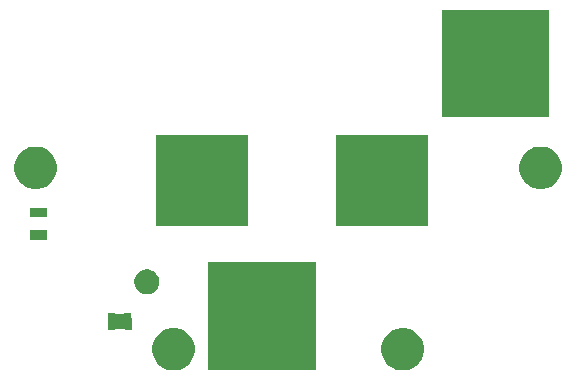
<source format=gbs>
G04 #@! TF.GenerationSoftware,KiCad,Pcbnew,(5.0.1)-3*
G04 #@! TF.CreationDate,2019-01-26T22:39:22-03:30*
G04 #@! TF.ProjectId,Battery Pack,42617474657279205061636B2E6B6963,rev?*
G04 #@! TF.SameCoordinates,Original*
G04 #@! TF.FileFunction,Soldermask,Bot*
G04 #@! TF.FilePolarity,Negative*
%FSLAX46Y46*%
G04 Gerber Fmt 4.6, Leading zero omitted, Abs format (unit mm)*
G04 Created by KiCad (PCBNEW (5.0.1)-3) date 2019-01-26 10:39:22 PM*
%MOMM*%
%LPD*%
G01*
G04 APERTURE LIST*
%ADD10C,0.100000*%
G04 APERTURE END LIST*
D10*
G36*
X90825331Y-117918211D02*
X91153092Y-118053974D01*
X91448073Y-118251074D01*
X91698926Y-118501927D01*
X91896026Y-118796908D01*
X92031789Y-119124669D01*
X92101000Y-119472616D01*
X92101000Y-119827384D01*
X92031789Y-120175331D01*
X91896026Y-120503092D01*
X91698926Y-120798073D01*
X91448073Y-121048926D01*
X91153092Y-121246026D01*
X90825331Y-121381789D01*
X90477384Y-121451000D01*
X90122616Y-121451000D01*
X89774669Y-121381789D01*
X89446908Y-121246026D01*
X89151927Y-121048926D01*
X88901074Y-120798073D01*
X88703974Y-120503092D01*
X88568211Y-120175331D01*
X88499000Y-119827384D01*
X88499000Y-119472616D01*
X88568211Y-119124669D01*
X88703974Y-118796908D01*
X88901074Y-118501927D01*
X89151927Y-118251074D01*
X89446908Y-118053974D01*
X89774669Y-117918211D01*
X90122616Y-117849000D01*
X90477384Y-117849000D01*
X90825331Y-117918211D01*
X90825331Y-117918211D01*
G37*
G36*
X110225331Y-117918211D02*
X110553092Y-118053974D01*
X110848073Y-118251074D01*
X111098926Y-118501927D01*
X111296026Y-118796908D01*
X111431789Y-119124669D01*
X111501000Y-119472616D01*
X111501000Y-119827384D01*
X111431789Y-120175331D01*
X111296026Y-120503092D01*
X111098926Y-120798073D01*
X110848073Y-121048926D01*
X110553092Y-121246026D01*
X110225331Y-121381789D01*
X109877384Y-121451000D01*
X109522616Y-121451000D01*
X109174669Y-121381789D01*
X108846908Y-121246026D01*
X108551927Y-121048926D01*
X108301074Y-120798073D01*
X108103974Y-120503092D01*
X107968211Y-120175331D01*
X107899000Y-119827384D01*
X107899000Y-119472616D01*
X107968211Y-119124669D01*
X108103974Y-118796908D01*
X108301074Y-118501927D01*
X108551927Y-118251074D01*
X108846908Y-118053974D01*
X109174669Y-117918211D01*
X109522616Y-117849000D01*
X109877384Y-117849000D01*
X110225331Y-117918211D01*
X110225331Y-117918211D01*
G37*
G36*
X102341000Y-121391000D02*
X93239000Y-121391000D01*
X93239000Y-112289000D01*
X102341000Y-112289000D01*
X102341000Y-121391000D01*
X102341000Y-121391000D01*
G37*
G36*
X85325512Y-116609588D02*
X85344454Y-116625134D01*
X85366065Y-116636685D01*
X85389514Y-116643798D01*
X85413900Y-116646200D01*
X86086900Y-116646200D01*
X86111286Y-116643798D01*
X86134735Y-116636685D01*
X86156346Y-116625134D01*
X86175288Y-116609588D01*
X86186276Y-116596200D01*
X86713900Y-116596200D01*
X86713900Y-116971200D01*
X86716302Y-116995586D01*
X86723415Y-117019035D01*
X86734966Y-117040646D01*
X86750512Y-117059588D01*
X86751400Y-117060317D01*
X86751400Y-117998200D01*
X86165745Y-117998200D01*
X86164885Y-117995365D01*
X86153334Y-117973754D01*
X86137788Y-117954812D01*
X86118846Y-117939266D01*
X86097235Y-117927715D01*
X86073786Y-117920602D01*
X86049400Y-117918200D01*
X85451400Y-117918200D01*
X85427014Y-117920602D01*
X85403565Y-117927715D01*
X85381954Y-117939266D01*
X85363012Y-117954812D01*
X85347466Y-117973754D01*
X85335915Y-117995365D01*
X85335055Y-117998200D01*
X84749400Y-117998200D01*
X84749400Y-117060317D01*
X84750288Y-117059588D01*
X84765834Y-117040646D01*
X84777385Y-117019035D01*
X84784498Y-116995586D01*
X84786900Y-116971200D01*
X84786900Y-116596200D01*
X85314524Y-116596200D01*
X85325512Y-116609588D01*
X85325512Y-116609588D01*
G37*
G36*
X88342965Y-112933789D02*
X88534234Y-113013015D01*
X88706376Y-113128037D01*
X88852763Y-113274424D01*
X88967785Y-113446566D01*
X89047011Y-113637835D01*
X89087400Y-113840884D01*
X89087400Y-114047916D01*
X89047011Y-114250965D01*
X88967785Y-114442234D01*
X88852763Y-114614376D01*
X88706376Y-114760763D01*
X88534234Y-114875785D01*
X88342965Y-114955011D01*
X88139916Y-114995400D01*
X87932884Y-114995400D01*
X87729835Y-114955011D01*
X87538566Y-114875785D01*
X87366424Y-114760763D01*
X87220037Y-114614376D01*
X87105015Y-114442234D01*
X87025789Y-114250965D01*
X86985400Y-114047916D01*
X86985400Y-113840884D01*
X87025789Y-113637835D01*
X87105015Y-113446566D01*
X87220037Y-113274424D01*
X87366424Y-113128037D01*
X87538566Y-113013015D01*
X87729835Y-112933789D01*
X87932884Y-112893400D01*
X88139916Y-112893400D01*
X88342965Y-112933789D01*
X88342965Y-112933789D01*
G37*
G36*
X79571000Y-110391000D02*
X78169000Y-110391000D01*
X78169000Y-109589000D01*
X79571000Y-109589000D01*
X79571000Y-110391000D01*
X79571000Y-110391000D01*
G37*
G36*
X96571000Y-109271000D02*
X88849000Y-109271000D01*
X88849000Y-101549000D01*
X96571000Y-101549000D01*
X96571000Y-109271000D01*
X96571000Y-109271000D01*
G37*
G36*
X111811000Y-109271000D02*
X104089000Y-109271000D01*
X104089000Y-101549000D01*
X111811000Y-101549000D01*
X111811000Y-109271000D01*
X111811000Y-109271000D01*
G37*
G36*
X79571000Y-108491000D02*
X78169000Y-108491000D01*
X78169000Y-107689000D01*
X79571000Y-107689000D01*
X79571000Y-108491000D01*
X79571000Y-108491000D01*
G37*
G36*
X79145331Y-102578211D02*
X79473092Y-102713974D01*
X79768073Y-102911074D01*
X80018926Y-103161927D01*
X80216026Y-103456908D01*
X80351789Y-103784669D01*
X80421000Y-104132616D01*
X80421000Y-104487384D01*
X80351789Y-104835331D01*
X80216026Y-105163092D01*
X80018926Y-105458073D01*
X79768073Y-105708926D01*
X79473092Y-105906026D01*
X79145331Y-106041789D01*
X78797384Y-106111000D01*
X78442616Y-106111000D01*
X78094669Y-106041789D01*
X77766908Y-105906026D01*
X77471927Y-105708926D01*
X77221074Y-105458073D01*
X77023974Y-105163092D01*
X76888211Y-104835331D01*
X76819000Y-104487384D01*
X76819000Y-104132616D01*
X76888211Y-103784669D01*
X77023974Y-103456908D01*
X77221074Y-103161927D01*
X77471927Y-102911074D01*
X77766908Y-102713974D01*
X78094669Y-102578211D01*
X78442616Y-102509000D01*
X78797384Y-102509000D01*
X79145331Y-102578211D01*
X79145331Y-102578211D01*
G37*
G36*
X121905331Y-102578211D02*
X122233092Y-102713974D01*
X122528073Y-102911074D01*
X122778926Y-103161927D01*
X122976026Y-103456908D01*
X123111789Y-103784669D01*
X123181000Y-104132616D01*
X123181000Y-104487384D01*
X123111789Y-104835331D01*
X122976026Y-105163092D01*
X122778926Y-105458073D01*
X122528073Y-105708926D01*
X122233092Y-105906026D01*
X121905331Y-106041789D01*
X121557384Y-106111000D01*
X121202616Y-106111000D01*
X120854669Y-106041789D01*
X120526908Y-105906026D01*
X120231927Y-105708926D01*
X119981074Y-105458073D01*
X119783974Y-105163092D01*
X119648211Y-104835331D01*
X119579000Y-104487384D01*
X119579000Y-104132616D01*
X119648211Y-103784669D01*
X119783974Y-103456908D01*
X119981074Y-103161927D01*
X120231927Y-102911074D01*
X120526908Y-102713974D01*
X120854669Y-102578211D01*
X121202616Y-102509000D01*
X121557384Y-102509000D01*
X121905331Y-102578211D01*
X121905331Y-102578211D01*
G37*
G36*
X122121000Y-100011000D02*
X113019000Y-100011000D01*
X113019000Y-90909000D01*
X122121000Y-90909000D01*
X122121000Y-100011000D01*
X122121000Y-100011000D01*
G37*
M02*

</source>
